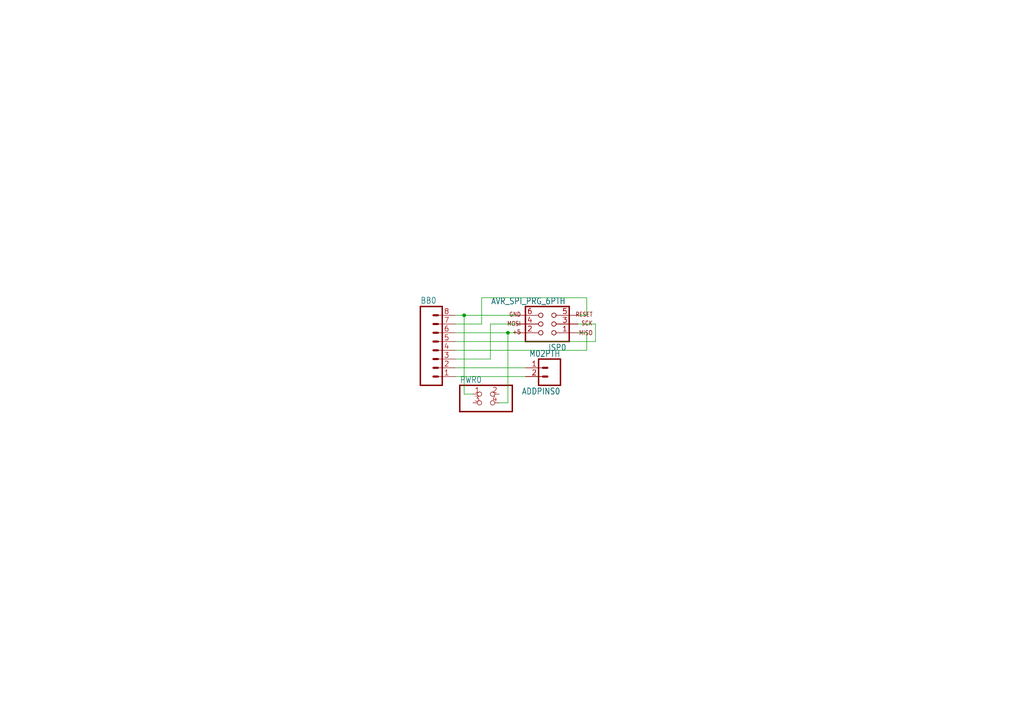
<source format=kicad_sch>
(kicad_sch (version 20250114) (generator "eeschema") (generator_version "9.0")
  (paper "A4")
  (lib_symbols
    (symbol "ISPbreadboardAdapter_ATmega328compatible_v1.2.1-eagle-import:AVR_SPI_PRG_6PTH"
      (property "Reference" "J" (at -4.318 5.842 0))
      (symbol "AVR_SPI_PRG_6PTH_1_0"
        (polyline (pts (xy -5.08 5.08) (xy -5.08 -5.08)) (stroke (width 0.4064)))
        (polyline (pts (xy -5.08 -5.08) (xy 7.62 -5.08)) (stroke (width 0.4064)))
        (polyline (pts (xy 7.62 5.08) (xy -5.08 5.08)) (stroke (width 0.4064)))
        (polyline (pts (xy 7.62 -5.08) (xy 7.62 5.08)) (stroke (width 0.4064)))
        (text "MISO" (at -11.938 3.302 0) (effects (font (size 1.27 1.0795)) (justify left bottom)))
        (text "SCK" (at -11.938 0.508 0) (effects (font (size 1.27 1.0795)) (justify left bottom)))
        (text "RESET" (at -11.938 -2.032 0) (effects (font (size 1.27 1.0795)) (justify left bottom)))
        (text "+5" (at 8.89 3.048 0) (effects (font (size 1.27 1.0795)) (justify left bottom)))
        (text "MOSI" (at 8.89 0.635 0) (effects (font (size 1.27 1.0795)) (justify left bottom)))
        (text "GND" (at 8.89 -2.032 0) (effects (font (size 1.27 1.0795)) (justify left bottom)))
        (pin passive inverted (at -7.62 2.54 0) (length 7.62) (name "1") (number "1"))
        (pin passive inverted (at -7.62 0 0) (length 7.62) (name "3") (number "3"))
        (pin passive inverted (at -7.62 -2.54 0) (length 7.62) (name "5") (number "5"))
        (pin passive inverted (at 10.16 2.54 180) (length 7.62) (name "2") (number "2"))
        (pin passive inverted (at 10.16 0 180) (length 7.62) (name "4") (number "4"))
        (pin passive inverted (at 10.16 -2.54 180) (length 7.62) (name "6") (number "6"))
      )
    )
    (symbol "ISPbreadboardAdapter_ATmega328compatible_v1.2.1-eagle-import:M02PTH"
      (property "Reference" "JP" (at -2.54 5.842 0))
      (symbol "M02PTH_1_0"
        (polyline (pts (xy -2.54 5.08) (xy -2.54 -2.54)) (stroke (width 0.4064)))
        (polyline (pts (xy -2.54 5.08) (xy 3.81 5.08)) (stroke (width 0.4064)))
        (polyline (pts (xy 1.27 2.54) (xy 2.54 2.54)) (stroke (width 0.6096)))
        (polyline (pts (xy 1.27 0) (xy 2.54 0)) (stroke (width 0.6096)))
        (polyline (pts (xy 3.81 -2.54) (xy -2.54 -2.54)) (stroke (width 0.4064)))
        (polyline (pts (xy 3.81 -2.54) (xy 3.81 5.08)) (stroke (width 0.4064)))
        (pin passive line (at 7.62 2.54 180) (length 5.08) (name "2") (number "2"))
        (pin passive line (at 7.62 0 180) (length 5.08) (name "1") (number "1"))
      )
    )
    (symbol "ISPbreadboardAdapter_ATmega328compatible_v1.2.1-eagle-import:M08"
      (property "Reference" "JP" (at -5.08 13.462 0))
      (symbol "M08_1_0"
        (polyline (pts (xy -5.08 12.7) (xy -5.08 -10.16)) (stroke (width 0.4064)))
        (polyline (pts (xy -5.08 12.7) (xy 1.27 12.7)) (stroke (width 0.4064)))
        (polyline (pts (xy -1.27 10.16) (xy 0 10.16)) (stroke (width 0.6096)))
        (polyline (pts (xy -1.27 7.62) (xy 0 7.62)) (stroke (width 0.6096)))
        (polyline (pts (xy -1.27 5.08) (xy 0 5.08)) (stroke (width 0.6096)))
        (polyline (pts (xy -1.27 2.54) (xy 0 2.54)) (stroke (width 0.6096)))
        (polyline (pts (xy -1.27 0) (xy 0 0)) (stroke (width 0.6096)))
        (polyline (pts (xy -1.27 -2.54) (xy 0 -2.54)) (stroke (width 0.6096)))
        (polyline (pts (xy -1.27 -5.08) (xy 0 -5.08)) (stroke (width 0.6096)))
        (polyline (pts (xy -1.27 -7.62) (xy 0 -7.62)) (stroke (width 0.6096)))
        (polyline (pts (xy 1.27 -10.16) (xy -5.08 -10.16)) (stroke (width 0.4064)))
        (polyline (pts (xy 1.27 -10.16) (xy 1.27 12.7)) (stroke (width 0.4064)))
        (pin passive line (at 5.08 10.16 180) (length 5.08) (name "8") (number "8"))
        (pin passive line (at 5.08 7.62 180) (length 5.08) (name "7") (number "7"))
        (pin passive line (at 5.08 5.08 180) (length 5.08) (name "6") (number "6"))
        (pin passive line (at 5.08 2.54 180) (length 5.08) (name "5") (number "5"))
        (pin passive line (at 5.08 0 180) (length 5.08) (name "4") (number "4"))
        (pin passive line (at 5.08 -2.54 180) (length 5.08) (name "3") (number "3"))
        (pin passive line (at 5.08 -5.08 180) (length 5.08) (name "2") (number "2"))
        (pin passive line (at 5.08 -7.62 180) (length 5.08) (name "1") (number "1"))
      )
    )
    (symbol "ISPbreadboardAdapter_ATmega328compatible_v1.2.1-eagle-import:PINHD-2X2"
      (property "Reference" "JP" (at -8.89 5.715 0))
      (symbol "PINHD-2X2_1_0"
        (polyline (pts (xy -8.89 5.08) (xy -8.89 -2.54)) (stroke (width 0.4064)))
        (polyline (pts (xy -8.89 -2.54) (xy 6.35 -2.54)) (stroke (width 0.4064)))
        (polyline (pts (xy 6.35 5.08) (xy -8.89 5.08)) (stroke (width 0.4064)))
        (polyline (pts (xy 6.35 -2.54) (xy 6.35 5.08)) (stroke (width 0.4064)))
        (pin passive inverted (at -5.08 2.54 0) (length 2.54) (name "1") (number "1"))
        (pin passive inverted (at -5.08 0 0) (length 2.54) (name "3") (number "3"))
        (pin passive inverted (at 2.54 2.54 180) (length 2.54) (name "2") (number "2"))
        (pin passive inverted (at 2.54 0 180) (length 2.54) (name "4") (number "4"))
      )
    )
  )
  (junction (at 134.62 91.44))
  (junction (at 147.32 96.52))
  (wire (pts (xy 142.24 93.98) (xy 149.86 93.98)) (stroke (width 0.1524)))
  (wire (pts (xy 132.08 99.06) (xy 172.72 99.06)) (stroke (width 0.1524)))
  (wire (pts (xy 134.62 91.44) (xy 149.86 91.44)) (stroke (width 0.1524)))
  (wire (pts (xy 132.08 106.68) (xy 152.4 106.68)) (stroke (width 0.1524)))
  (wire (pts (xy 147.32 116.84) (xy 147.32 96.52)) (stroke (width 0.1524)))
  (wire (pts (xy 137.16 114.3) (xy 134.62 114.3)) (stroke (width 0.1524)))
  (wire (pts (xy 142.24 104.14) (xy 142.24 93.98)) (stroke (width 0.1524)))
  (wire (pts (xy 132.08 96.52) (xy 147.32 96.52)) (stroke (width 0.1524)))
  (wire (pts (xy 152.4 109.22) (xy 132.08 109.22)) (stroke (width 0.1524)))
  (wire (pts (xy 132.08 91.44) (xy 134.62 91.44)) (stroke (width 0.1524)))
  (wire (pts (xy 172.72 93.98) (xy 167.64 93.98)) (stroke (width 0.1524)))
  (wire (pts (xy 139.7 86.36) (xy 139.7 93.98)) (stroke (width 0.1524)))
  (wire (pts (xy 132.08 101.6) (xy 170.18 101.6)) (stroke (width 0.1524)))
  (wire (pts (xy 147.32 116.84) (xy 144.78 116.84)) (stroke (width 0.1524)))
  (wire (pts (xy 134.62 114.3) (xy 134.62 91.44)) (stroke (width 0.1524)))
  (wire (pts (xy 172.72 99.06) (xy 172.72 93.98)) (stroke (width 0.1524)))
  (wire (pts (xy 170.18 101.6) (xy 170.18 96.52)) (stroke (width 0.1524)))
  (wire (pts (xy 170.18 91.44) (xy 170.18 86.36)) (stroke (width 0.1524)))
  (wire (pts (xy 147.32 96.52) (xy 149.86 96.52)) (stroke (width 0.1524)))
  (wire (pts (xy 170.18 86.36) (xy 139.7 86.36)) (stroke (width 0.1524)))
  (wire (pts (xy 167.64 91.44) (xy 170.18 91.44)) (stroke (width 0.1524)))
  (wire (pts (xy 170.18 96.52) (xy 167.64 96.52)) (stroke (width 0.1524)))
  (wire (pts (xy 132.08 104.14) (xy 142.24 104.14)) (stroke (width 0.1524)))
  (wire (pts (xy 139.7 93.98) (xy 132.08 93.98)) (stroke (width 0.1524)))
  (symbol (lib_id "ISPbreadboardAdapter_ATmega328compatible_v1.2.1-eagle-import:PINHD-2X2") (at 142.24 116.84 0) (unit 1)
    (property "Reference" "PWR0" (at 133.35 111.125 0) (effects (font (size 1.778 1.5113)) (justify left bottom)))
    (property "Value" "PINHD-2X2" (effects (hide yes)))
    (property "Footprint" "ISPbreadboardAdapter_ATmega328compatible_v1.2.1:2X02" (effects (hide yes)))
  )
  (symbol (lib_id "ISPbreadboardAdapter_ATmega328compatible_v1.2.1-eagle-import:M02PTH") (at 160.02 106.68 180) (unit 1)
    (property "Reference" "ADDPINS0" (at 162.56 112.522 0) (effects (font (size 1.778 1.5113)) (justify left bottom)))
    (property "Value" "M02PTH" (at 162.56 101.6 0) (effects (font (size 1.778 1.5113)) (justify left bottom)))
    (property "Footprint" "ISPbreadboardAdapter_ATmega328compatible_v1.2.1:1X02" (effects (hide yes)))
  )
  (symbol (lib_id "ISPbreadboardAdapter_ATmega328compatible_v1.2.1-eagle-import:AVR_SPI_PRG_6PTH") (at 160.02 93.98 180) (unit 1)
    (property "Reference" "ISP0" (at 164.338 99.822 0) (effects (font (size 1.778 1.5113)) (justify left bottom)))
    (property "Value" "AVR_SPI_PRG_6PTH" (at 164.084 86.36 0) (effects (font (size 1.778 1.5113)) (justify left bottom)))
    (property "Footprint" "ISPbreadboardAdapter_ATmega328compatible_v1.2.1:2X3" (effects (hide yes)))
  )
  (symbol (lib_id "ISPbreadboardAdapter_ATmega328compatible_v1.2.1-eagle-import:M08") (at 127 101.6 0) (unit 1)
    (property "Reference" "BB0" (at 121.92 88.138 0) (effects (font (size 1.778 1.5113)) (justify left bottom)))
    (property "Value" "M08" (effects (hide yes)))
    (property "Footprint" "ISPbreadboardAdapter_ATmega328compatible_v1.2.1:1X08_ROUND" (effects (hide yes)))
  )
)
</source>
